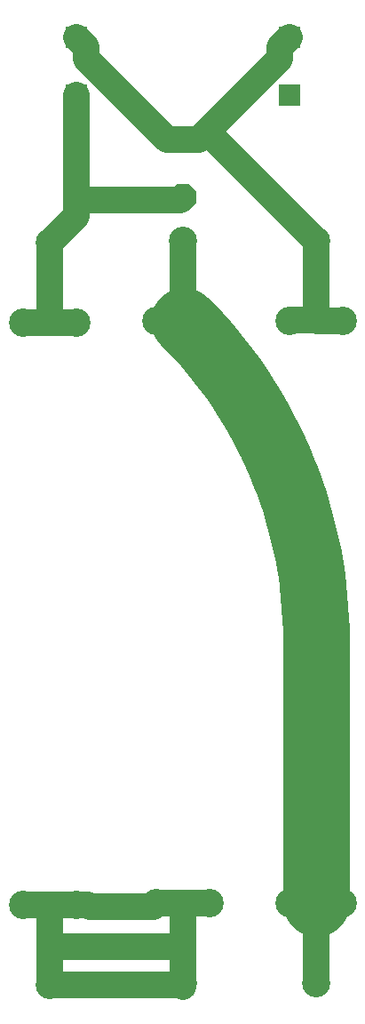
<source format=gbr>
G04 EAGLE Gerber RS-274X export*
G75*
%MOMM*%
%FSLAX34Y34*%
%LPD*%
%INBottom Copper*%
%IPPOS*%
%AMOC8*
5,1,8,0,0,1.08239X$1,22.5*%
G01*
%ADD10P,2.749271X8X292.500000*%
%ADD11R,2.540000X2.540000*%
%ADD12C,2.700000*%
%ADD13R,2.100000X2.100000*%
%ADD14C,2.540000*%
%ADD15C,6.350000*%


D10*
X228600Y802132D03*
D11*
X228600Y857250D03*
D12*
X355600Y760800D03*
X381000Y684600D03*
X330200Y684600D03*
X381000Y129600D03*
X330200Y129600D03*
X355600Y53400D03*
X228600Y760800D03*
X203200Y684600D03*
X254000Y684600D03*
X203200Y129600D03*
X254000Y129600D03*
X228600Y53400D03*
X101600Y52000D03*
X76200Y128200D03*
X127000Y128200D03*
X76200Y683200D03*
X127000Y683200D03*
X101600Y759400D03*
D13*
X127000Y899600D03*
X127000Y954600D03*
X330200Y899600D03*
X330200Y954600D03*
D14*
X228600Y760800D02*
X228600Y685800D01*
X227400Y684600D01*
X203200Y684600D01*
X229800Y684600D02*
X254000Y684600D01*
X229800Y684600D02*
X228600Y685800D01*
X330200Y129600D02*
X355600Y129600D01*
X381000Y129600D01*
X355600Y129600D02*
X355600Y53400D01*
D15*
X355600Y129600D02*
X355600Y380892D01*
X355478Y391113D01*
X355114Y401329D01*
X354506Y411533D01*
X353655Y421719D01*
X352562Y431883D01*
X351228Y442017D01*
X349653Y452117D01*
X347838Y462177D01*
X345784Y472190D01*
X343493Y482152D01*
X340965Y492057D01*
X338202Y501898D01*
X335206Y511671D01*
X331977Y521370D01*
X328519Y530990D01*
X324833Y540524D01*
X320922Y549968D01*
X316786Y559316D01*
X312429Y568563D01*
X307854Y577704D01*
X303062Y586733D01*
X298057Y595646D01*
X292841Y604437D01*
X287417Y613102D01*
X281789Y621635D01*
X275959Y630031D01*
X269931Y638287D01*
X263708Y646396D01*
X257294Y654356D01*
X250692Y662160D01*
X243907Y669805D01*
X236942Y677286D01*
X229800Y684600D01*
D14*
X228600Y129600D02*
X254000Y129600D01*
X228600Y129600D02*
X203200Y129600D01*
X228600Y88900D02*
X228600Y53400D01*
X228600Y88900D02*
X228600Y129600D01*
X101600Y128200D02*
X76200Y128200D01*
X101600Y128200D02*
X138500Y128200D01*
X139700Y127000D01*
X200600Y127000D01*
X203200Y129600D01*
X227400Y52000D02*
X101600Y52000D01*
X227400Y52000D02*
X228600Y50800D01*
X101600Y52000D02*
X101600Y88900D01*
X101600Y128200D01*
X101600Y88900D02*
X228600Y88900D01*
X101600Y685800D02*
X101600Y759400D01*
X101600Y685800D02*
X99000Y683200D01*
X76200Y683200D01*
X104200Y683200D02*
X127000Y683200D01*
X104200Y683200D02*
X101600Y685800D01*
X127000Y800100D02*
X127000Y899600D01*
X127000Y800100D02*
X127000Y784800D01*
X101600Y759400D01*
X226568Y800100D02*
X228600Y802132D01*
X226568Y800100D02*
X127000Y800100D01*
X136140Y945460D02*
X127000Y954600D01*
X136140Y945460D02*
X136140Y934318D01*
X213208Y857250D01*
X228600Y857250D01*
X321060Y945460D02*
X330200Y954600D01*
X321060Y945460D02*
X321060Y934318D01*
X252171Y865429D01*
X243992Y857250D01*
X228600Y857250D01*
X252171Y864229D02*
X355600Y760800D01*
X252171Y864229D02*
X252171Y865429D01*
X355600Y760800D02*
X355600Y685800D01*
X330200Y685800D01*
X355600Y685800D02*
X356800Y684600D01*
X381000Y684600D01*
M02*

</source>
